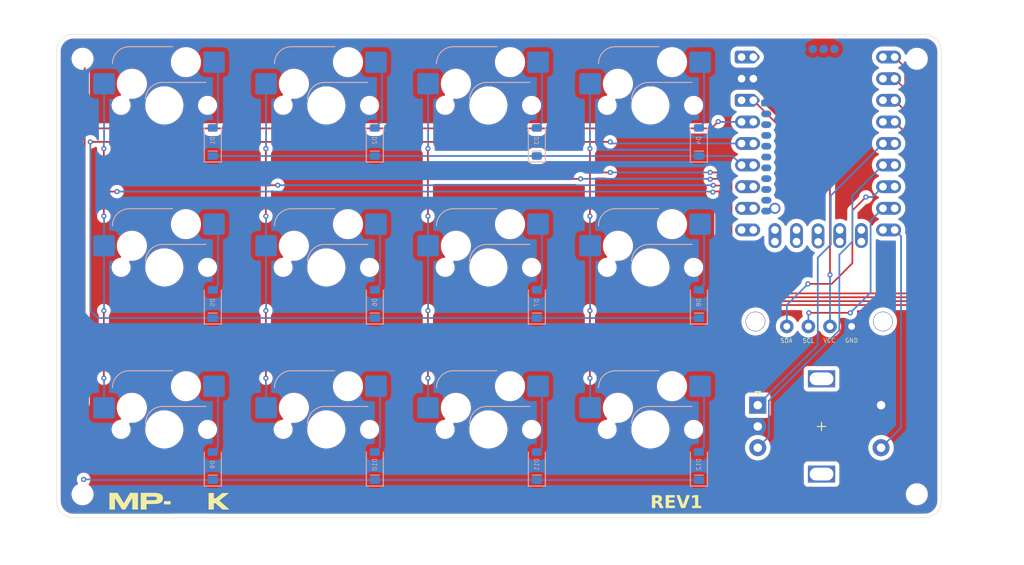
<source format=kicad_pcb>
(kicad_pcb (version 20241229) (generator "pcbnew") (generator_version "9.0")
  (title_block (title "JL-MP12k") (date "2025-09-01") (rev "1") (company "JALCO"))
  (layers (0 "F.Cu" signal) (4 "In1.Cu" signal) (6 "In2.Cu" signal) (2 "B.Cu" signal) (13 "F.Paste" user) (15 "B.Paste" user) (5 "F.SilkS" user "F.Silkscreen") (7 "B.SilkS" user "B.Silkscreen") (1 "F.Mask" user) (3 "B.Mask" user) (25 "Edge.Cuts" user))
  (net 0 "")
  (net 1 "Net-(D1-A)")
  (net 2 "ROW0")
  (net 3 "Net-(D2-A)")
  (net 4 "Net-(D3-A)")
  (net 5 "Net-(D4-A)")
  (net 6 "ROW1")
  (net 7 "Net-(D5-A)")
  (net 8 "Net-(D6-A)")
  (net 9 "Net-(D7-A)")
  (net 10 "Net-(D8-A)")
  (net 11 "ROW2")
  (net 12 "Net-(D9-A)")
  (net 13 "Net-(D10-A)")
  (net 14 "Net-(D11-A)")
  (net 15 "Net-(D12-A)")
  (net 16 "OLED_SDA")
  (net 17 "3v3")
  (net 18 "GND")
  (net 19 "OLED_SCL")
  (net 20 "COL0")
  (net 21 "COL1")
  (net 22 "COL2")
  (net 23 "COL3")
  (net 29 "ENC_S1")
  (net 33 "ENC_A")
  (net 36 "ENC_B")
  (footprint "PCM_Switch_Keyboard_Hotswap_Kailh:SW_Hotswap_Kailh_MX" (layer "F.Cu") (at 123.55 44.85)
    (property "Reference" "MX4" (hide yes))
    (property "Value" "MX-NoLED" (hide yes))
  )
  (footprint "PCM_Switch_Keyboard_Hotswap_Kailh:SW_Hotswap_Kailh_MX" (layer "F.Cu") (at 66.4 63.9)
    (property "Reference" "MX5" (hide yes))
    (property "Value" "MX-NoLED" (hide yes))
  )
  (footprint "Rotary_Encoder:RotaryEncoder_Alps_EC11E-Switch_Vertical_H20mm" (layer "F.Cu") (at 136.1732 80.1018)
    (property "Reference" "SW1" (hide yes))
    (property "Value" "RotaryEncoder_Switch")
  )
  (footprint "CustomFootprints:0xCB Gemini" (layer "F.Cu") (at 143.2708 50.714)
    (property "Reference" "Gemini1" (hide yes))
    (property "Value" "~" (hide yes))
  )
  (footprint "MountingHole:MountingHole_2.1mm" (layer "F.Cu") (at 154.8786 90.5774)
    (property "Reference" "REF**" (hide yes))
    (property "Value" "MountingHole_2.1mm")
  )
  (footprint "CustomFootprints:OLED 4PIN 64×128 SSD1107" (layer "F.Cu") (at 143.3978 54.7616 -90)
    (property "Reference" "U1" (hide yes))
    (property "Value" "SSD1107" (hide yes))
  )
  (footprint "PCM_Switch_Keyboard_Hotswap_Kailh:SW_Hotswap_Kailh_MX" (layer "F.Cu") (at 123.55 63.9)
    (property "Reference" "MX8" (hide yes))
    (property "Value" "MX-NoLED" (hide yes))
  )
  (footprint "PCM_Switch_Keyboard_Hotswap_Kailh:SW_Hotswap_Kailh_MX" (layer "F.Cu") (at 104.5 82.95)
    (property "Reference" "MX11" (hide yes))
    (property "Value" "MX-NoLED" (hide yes))
  )
  (footprint "PCM_Switch_Keyboard_Hotswap_Kailh:SW_Hotswap_Kailh_MX" (layer "F.Cu") (at 104.5 63.9)
    (property "Reference" "MX7" (hide yes))
    (property "Value" "MX-NoLED" (hide yes))
  )
  (footprint "PCM_Switch_Keyboard_Hotswap_Kailh:SW_Hotswap_Kailh_MX" (layer "F.Cu") (at 66.4 44.85)
    (property "Reference" "MX1" (hide yes))
    (property "Value" "MX-NoLED" (hide yes))
  )
  (footprint "PCM_Switch_Keyboard_Hotswap_Kailh:SW_Hotswap_Kailh_MX" (layer "F.Cu") (at 104.5 44.85)
    (property "Reference" "MX3" (hide yes))
    (property "Value" "MX-NoLED" (hide yes))
  )
  (footprint "PCM_Switch_Keyboard_Hotswap_Kailh:SW_Hotswap_Kailh_MX" (layer "F.Cu") (at 85.45 82.95)
    (property "Reference" "MX10" (hide yes))
    (property "Value" "MX-NoLED" (hide yes))
  )
  (footprint "PCM_Switch_Keyboard_Hotswap_Kailh:SW_Hotswap_Kailh_MX" (layer "F.Cu") (at 123.55 82.95)
    (property "Reference" "MX12" (hide yes))
    (property "Value" "MX-NoLED" (hide yes))
  )
  (footprint "PCM_Switch_Keyboard_Hotswap_Kailh:SW_Hotswap_Kailh_MX" (layer "F.Cu") (at 66.4 82.95)
    (property "Reference" "MX9" (hide yes))
    (property "Value" "MX-NoLED" (hide yes))
  )
  (footprint "MountingHole:MountingHole_2.1mm" (layer "F.Cu") (at 56.7838 39.371)
    (property "Reference" "REF**" (hide yes))
    (property "Value" "MountingHole_2.1mm")
  )
  (footprint "PCM_Switch_Keyboard_Hotswap_Kailh:SW_Hotswap_Kailh_MX" (layer "F.Cu") (at 85.45 63.9)
    (property "Reference" "MX6" (hide yes))
    (property "Value" "MX-NoLED" (hide yes))
  )
  (footprint "MountingHole:MountingHole_2.1mm" (layer "F.Cu") (at 56.7838 90.5774)
    (property "Reference" "REF**" (hide yes))
    (property "Value" "MountingHole_2.1mm")
  )
  (footprint "MountingHole:MountingHole_2.1mm" (layer "F.Cu") (at 154.8786 39.371)
    (property "Reference" "REF**" (hide yes))
    (property "Value" "MountingHole_2.1mm")
  )
  (footprint "PCM_Switch_Keyboard_Hotswap_Kailh:SW_Hotswap_Kailh_MX" (layer "F.Cu") (at 85.45 44.85)
    (property "Reference" "MX2" (hide yes))
    (property "Value" "MX-NoLED" (hide yes))
  )
  (footprint "Diode_SMD:D_SOD-123_ALT" (layer "B.Cu") (at 91.15 49.15 90)
    (property "Reference" "D2")
    (property "Value" "1N4148W")
  )
  (footprint "Diode_SMD:D_SOD-123_ALT" (layer "B.Cu") (at 129.25 87.25 90)
    (property "Reference" "D12")
    (property "Value" "1N4148W")
  )
  (footprint "Diode_SMD:D_SOD-123_ALT" (layer "B.Cu") (at 110.2 49.15 90)
    (property "Reference" "D3")
    (property "Value" "1N4148W")
  )
  (footprint "Diode_SMD:D_SOD-123_ALT" (layer "B.Cu") (at 91.15 87.25 90)
    (property "Reference" "D10")
    (property "Value" "1N4148W")
  )
  (footprint "Diode_SMD:D_SOD-123_ALT" (layer "B.Cu") (at 91.15 68.2 90)
    (property "Reference" "D6")
    (property "Value" "1N4148W")
  )
  (footprint "Diode_SMD:D_SOD-123_ALT" (layer "B.Cu") (at 129.25 49.15 90)
    (property "Reference" "D4")
    (property "Value" "1N4148W")
  )
  (footprint "Diode_SMD:D_SOD-123_ALT" (layer "B.Cu") (at 72.1 87.25 90)
    (property "Reference" "D9")
    (property "Value" "1N4148W")
  )
  (footprint "Diode_SMD:D_SOD-123_ALT" (layer "B.Cu") (at 72.1 68.2 90)
    (property "Reference" "D5")
    (property "Value" "1N4148W")
  )
  (footprint "Diode_SMD:D_SOD-123_ALT" (layer "B.Cu") (at 110.2 68.2 90)
    (property "Reference" "D7")
    (property "Value" "1N4148W")
  )
  (footprint "Diode_SMD:D_SOD-123_ALT" (layer "B.Cu") (at 129.25 68.2 90)
    (property "Reference" "D8")
    (property "Value" "1N4148W")
  )
  (footprint "Diode_SMD:D_SOD-123_ALT" (layer "B.Cu") (at 110.2 87.25 90)
    (property "Reference" "D11")
    (property "Value" "1N4148W")
  )
  (footprint "Diode_SMD:D_SOD-123_ALT" (layer "B.Cu") (at 72.1 49.15 90)
    (property "Reference" "D1")
    (property "Value" "1N4148W")
  )
  (gr_poly (pts (xy 70.300886 90.410733) (xy 70.580075 90.438794) (xy 70.753615 90.472549) (xy 70.923602 90.525623) (xy 71.031265 90.579968) (xy 71.132308 90.658491) (xy 71.192079 90.728626) (xy 71.240263 90.820424) (xy 71.253135 90.864272) (xy 71.264816 90.930575) (xy 71.268718 91.001408) (xy 71.268718 91.006537) (xy 71.263867 91.094759) (xy 71.237454 91.208404) (xy 71.205143 91.271062) (xy 71.16797 91.319454) (xy 71.120706 91.366429) (xy 71.037171 91.425017) (xy 70.961558 91.462093) (xy 70.872678 91.495267) (xy 70.788115 91.520325) (xy 70.635148 91.555856) (xy 70.456 91.587346) (xy 69.880685 91.675274) (xy 69.707064 91.708781) (xy 69.508084 91.764648) (xy 69.398839 91.816074) (xy 69.346917 91.862479) (xy 69.331261 91.908037) (xy 70.65176 91.908037) (xy 70.65176 91.659764) (xy 71.305354 91.659764) (xy 71.305354 92.371122) (xy 68.736774 92.371122) (xy 68.736774 92.14996) (xy 68.742392 92.019046) (xy 68.770724 91.878606) (xy 68.780738 91.846137) (xy 68.834715 91.73145) (xy 68.839639 91.723814) (xy 68.888606 91.659681) (xy 68.953784 91.59101) (xy 68.992276 91.55617) (xy 69.060995 91.503785) (xy 69.137821 91.455944) (xy 69.170954 91.438083) (xy 69.278079 91.388584) (xy 69.405023 91.340539) (xy 69.468943 91.319567) (xy 69.612288 91.28004) (xy 69.769311 91.246017) (xy 70.260117 91.152838) (xy 70.429563 91.115986) (xy 70.511198 91.083473) (xy 70.551293 91.047209) (xy 70.563196 91.02305) (xy 70.56713 90.996279) (xy 70.564481 90.972628) (xy 70.5542 90.947889) (xy 70.535989 90.926792) (xy 70.524244 90.918455) (xy 70.469825 90.89682) (xy 70.382727 90.87721) (xy 70.342065 90.870909) (xy 70.209692 90.859249) (xy 70.043595 90.855351) (xy 69.915498 90.859003) (xy 69.734262 90.882339) (xy 69.629235 90.914116) (xy 69.558285 90.956467) (xy 69.535892 90.977627) (xy 69.487454 91.040609) (xy 69.473136 91.080161) (xy 69.466327 91.126949) (xy 68.773533 91.126949) (xy 68.773533 91.10228) (xy 68.773642 91.088931) (xy 68.790508 90.943644) (xy 68.804094 90.899965) (xy 68.834793 90.83561) (xy 68.880023 90.763882) (xy 68.954428 90.676638) (xy 69.010027 90.628761) (xy 69.072852 90.585584) (xy 69.191319 90.527815) (xy 69.298162 90.491234) (xy 69.423829 90.458334) (xy 69.651299 90.42074) (xy 69.802085 90.408999) (xy 69.964705 90.405089) (xy 70.077545 90.405089)) (fill yes) (layers "F.Cu" "F.Mask"))
  (gr_poly (pts (xy 68.451254 92.371) (xy 67.780685 92.371) (xy 67.780685 91.157845) (xy 67.284262 91.157845) (xy 67.284262 90.781833) (xy 67.319035 90.779422) (xy 67.491681 90.751165) (xy 67.633371 90.69996) (xy 67.750128 90.626817) (xy 67.800769 90.581351) (xy 67.846018 90.530068) (xy 67.887217 90.470835) (xy 67.922713 90.405333) (xy 68.451254 90.405333)) (fill yes) (layers "F.Cu" "F.Mask"))
  (gr_poly (pts (xy 61.640909 91.620563) (xy 62.379499 90.404967) (xy 63.301394 90.404967) (xy 63.301394 92.371976) (xy 62.633267 92.371976) (xy 62.633267 91.025588) (xy 61.798201 92.371976) (xy 61.43489 92.371976) (xy 60.599824 91.025588) (xy 60.599824 92.371976) (xy 59.948916 92.371976) (xy 59.948916 90.404967) (xy 60.905371 90.404967)) (fill yes) (layer "F.SilkS"))
  (gr_poly (pts (xy 72.223341 91.046715) (xy 72.447922 91.046715) (xy 73.2146 90.425727) (xy 74.001307 90.425727) (xy 72.876812 91.31526) (xy 74.052598 92.371) (xy 73.245741 92.371) (xy 72.4213 91.637782) (xy 72.223341 91.637782) (xy 72.223341 92.371) (xy 71.606139 92.371) (xy 71.606139 90.425727) (xy 72.223341 90.425727)) (fill yes) (layer "F.SilkS"))
  (gr_poly (pts (xy 65.508529 90.418903) (xy 65.719584 90.455933) (xy 65.884448 90.511553) (xy 66.011589 90.582962) (xy 66.107681 90.669433) (xy 66.145634 90.71889) (xy 66.176971 90.772578) (xy 66.202285 90.832183) (xy 66.220594 90.896258) (xy 66.232309 90.968696) (xy 66.236216 91.046104) (xy 66.236216 91.072482) (xy 66.226795 91.191511) (xy 66.190977 91.317607) (xy 66.163236 91.373893) (xy 66.128903 91.425934) (xy 66.086865 91.47488) (xy 66.03791 91.51936) (xy 65.978906 91.561358) (xy 65.912248 91.598403) (xy 65.832351 91.632593) (xy 65.743685 91.661094) (xy 65.638015 91.685495) (xy 65.522125 91.703245) (xy 65.385067 91.714964) (xy 65.236041 91.718871) (xy 64.306942 91.718871) (xy 64.306942 92.371976) (xy 63.630145 92.371976) (xy 63.630145 91.271296) (xy 64.306942 91.271296) (xy 65.224562 91.271296) (xy 65.296181 91.268223) (xy 65.403703 91.246151) (xy 65.473095 91.207355) (xy 65.497378 91.181534) (xy 65.515038 91.151314) (xy 65.526806 91.113203) (xy 65.53072 91.069796) (xy 65.53072 91.06198) (xy 65.529459 91.036358) (xy 65.508463 90.966075) (xy 65.487516 90.936735) (xy 65.459637 90.91204) (xy 65.420047 90.889838) (xy 65.371641 90.873459) (xy 65.304138 90.861705) (xy 65.224562 90.857793) (xy 64.306942 90.857793) (xy 64.306942 91.271296) (xy 63.630145 91.271296) (xy 63.630145 90.404967) (xy 65.236041 90.404967)) (fill yes) (layer "F.SilkS"))
  (gr_poly (pts (xy 67.139426 91.771017) (xy 66.358459 91.771017) (xy 66.358459 91.383159) (xy 67.139426 91.383159)) (fill yes) (layer "F.SilkS"))
  (gr_arc (start 155.7742 36.5008) (mid 157.188414 37.086586) (end 157.7742 38.5008) (stroke (width 0.05)) (layer "Edge.Cuts"))
  (gr_arc (start 55.732 93.3576) (mid 54.317786 92.771814) (end 53.732 91.3576) (stroke (width 0.05)) (layer "Edge.Cuts"))
  (gr_line (start 55.7358 36.5008) (end 155.7742 36.5008) (stroke (width 0.05)) (layer "Edge.Cuts"))
  (gr_arc (start 157.7742 91.346) (mid 157.188414 92.760214) (end 155.7742 93.346) (stroke (width 0.05)) (layer "Edge.Cuts"))
  (gr_line (start 157.7742 38.5008) (end 157.7742 91.346) (stroke (width 0.05)) (layer "Edge.Cuts"))
  (gr_line (start 155.7742 93.346) (end 55.7358 93.346) (stroke (width 0.05)) (layer "Edge.Cuts"))
  (gr_line (start 53.732 91.3576) (end 53.732 38.5124) (stroke (width 0.05)) (layer "Edge.Cuts"))
  (gr_arc (start 53.720396 38.5124) (mid 54.310925 37.088638) (end 55.7358 36.5008) (stroke (width 0.05)) (layer "Edge.Cuts"))
  (gr_text "REV1" (at 123.535 92.457 0) (layer "F.SilkS") (effects (font (size 1.5 1.5) (thickness 0.3) (bold yes)) (justify left bottom)))
  (segment (start 72.706 46.894) (end 72.706 40.234) (width 0.2) (layer "B.Cu") (net 1))
  (segment (start 72.706 40.234) (end 72.242 39.77) (width 0.2) (layer "B.Cu") (net 1))
  (segment (start 72.1 47.5) (end 72.706 46.894) (width 0.2) (layer "B.Cu") (net 1))
  (segment (start 129.25 50.8) (end 72.1 50.8) (width 0.2) (layer "B.Cu") (net 2))
  (segment (start 133.1968 50.8) (end 134.2708 51.874) (width 0.2) (layer "B.Cu") (net 2))
  (segment (start 129.25 50.8) (end 133.1968 50.8) (width 0.2) (layer "B.Cu") (net 2))
  (segment (start 91.9882 46.6618) (end 91.9882 40.4662) (width 0.2) (layer "B.Cu") (net 3))
  (segment (start 91.15 47.5) (end 91.9882 46.6618) (width 0.2) (layer "B.Cu") (net 3))
  (segment (start 91.9882 40.4662) (end 91.292 39.77) (width 0.2) (layer "B.Cu") (net 3))
  (segment (start 110.2 47.5) (end 110.806 46.894) (width 0.2) (layer "B.Cu") (net 4))
  (segment (start 110.806 40.234) (end 110.342 39.77) (width 0.2) (layer "B.Cu") (net 4))
  (segment (start 110.806 46.894) (end 110.806 40.234) (width 0.2) (layer "B.Cu") (net 4))
  (segment (start 129.856 46.894) (end 129.25 47.5) (width 0.2) (layer "B.Cu") (net 5))
  (segment (start 129.392 39.77) (end 129.856 40.234) (width 0.2) (layer "B.Cu") (net 5))
  (segment (start 129.856 40.234) (end 129.856 46.894) (width 0.2) (layer "B.Cu") (net 5))
  (segment (start 118.8233 49.14365) (end 57.70455 49.14365) (width 0.2) (layer "F.Cu") (net 6))
  (via (at 118.8233 49.14365) (size 0.6) (drill 0.3) (layers "F.Cu" "B.Cu") (net 6))
  (via (at 57.70455 49.14365) (size 0.6) (drill 0.3) (layers "F.Cu" "B.Cu") (net 6))
  (segment (start 58.56715 69.85) (end 72.1 69.85) (width 0.2) (layer "B.Cu") (net 6))
  (segment (start 129.25 69.85) (end 72.1 69.85) (width 0.2) (layer "B.Cu") (net 6))
  (segment (start 57.70455 68.9874) (end 58.56715 69.85) (width 0.2) (layer "B.Cu") (net 6))
  (segment (start 134.2708 49.334) (end 119.01365 49.334) (width 0.2) (layer "B.Cu") (net 6))
  (segment (start 119.01365 49.334) (end 118.8233 49.14365) (width 0.2) (layer "B.Cu") (net 6))
  (segment (start 57.70455 49.14365) (end 57.70455 68.9874) (width 0.2) (layer "B.Cu") (net 6))
  (segment (start 72.1 66.55) (end 72.706 65.944) (width 0.2) (layer "B.Cu") (net 7))
  (segment (start 72.706 65.944) (end 72.706 59.284) (width 0.2) (layer "B.Cu") (net 7))
  (segment (start 72.706 59.284) (end 72.242 58.82) (width 0.2) (layer "B.Cu") (net 7))
  (segment (start 91.756 59.284) (end 91.292 58.82) (width 0.2) (layer "B.Cu") (net 8))
  (segment (start 91.15 66.55) (end 91.756 65.944) (width 0.2) (layer "B.Cu") (net 8))
  (segment (start 91.756 65.944) (end 91.756 59.284) (width 0.2) (layer "B.Cu") (net 8))
  (segment (start 110.806 65.944) (end 110.806 59.284) (width 0.2) (layer "B.Cu") (net 9))
  (segment (start 110.806 59.284) (end 110.342 58.82) (width 0.2) (layer "B.Cu") (net 9))
  (segment (start 110.2 66.55) (end 110.806 65.944) (width 0.2) (layer "B.Cu") (net 9))
  (segment (start 129.856 59.284) (end 129.392 58.82) (width 0.2) (layer "B.Cu") (net 10))
  (segment (start 129.856 65.944) (end 129.856 59.284) (width 0.2) (layer "B.Cu") (net 10))
  (segment (start 129.25 66.55) (end 129.856 65.944) (width 0.2) (layer "B.Cu") (net 10))
  (segment (start 130.72955 47.55615) (end 56.9108 47.55615) (width 0.2) (layer "F.Cu") (net 11))
  (segment (start 131.5233 46.7624) (end 130.72955 47.55615) (width 0.2) (layer "F.Cu") (net 11))
  (segment (start 57.0362 38.6231) (end 57.0362 79.8981) (width 0.2) (layer "F.Cu") (net 11))
  (via (at 131.5233 46.7624) (size 0.6) (drill 0.3) (layers "F.Cu" "B.Cu") (net 11))
  (via (at 56.9108 88.83115) (size 0.6) (drill 0.3) (layers "F.Cu" "B.Cu") (net 11))
  (segment (start 134.2708 46.794) (end 131.5549 46.794) (width 0.2) (layer "B.Cu") (net 11))
  (segment (start 57.70455 88.83115) (end 57.7734 88.9) (width 0.2) (layer "B.Cu") (net 11))
  (segment (start 131.5549 46.794) (end 131.5233 46.7624) (width 0.2) (layer "B.Cu") (net 11))
  (segment (start 56.9108 88.83115) (end 57.70455 88.83115) (width 0.2) (layer "B.Cu") (net 11))
  (segment (start 57.7734 88.9) (end 72.1 88.9) (width 0.2) (layer "B.Cu") (net 11))
  (segment (start 72.1 88.9) (end 129.25 88.9) (width 0.2) (layer "B.Cu") (net 11))
  (segment (start 72.706 84.994) (end 72.706 78.334) (width 0.2) (layer "B.Cu") (net 12))
  (segment (start 72.1 85.6) (end 72.706 84.994) (width 0.2) (layer "B.Cu") (net 12))
  (segment (start 72.706 78.334) (end 72.242 77.87) (width 0.2) (layer "B.Cu") (net 12))
  (segment (start 91.15 85.6) (end 91.756 84.994) (width 0.2) (layer "B.Cu") (net 13))
  (segment (start 91.756 78.334) (end 91.292 77.87) (width 0.2) (layer "B.Cu") (net 13))
  (segment (start 91.756 84.994) (end 91.756 78.334) (width 0.2) (layer "B.Cu") (net 13))
  (segment (start 110.342 77.87) (end 110.806 78.334) (width 0.2) (layer "B.Cu") (net 14))
  (segment (start 110.806 78.334) (end 110.806 84.994) (width 0.2) (layer "B.Cu") (net 14))
  (segment (start 110.806 84.994) (end 110.2 85.6) (width 0.2) (layer "B.Cu") (net 14))
  (segment (start 129.392 77.87) (end 129.856 78.334) (width 0.2) (layer "B.Cu") (net 15))
  (segment (start 129.856 84.994) (end 129.25 85.6) (width 0.2) (layer "B.Cu") (net 15))
  (segment (start 129.856 78.334) (end 129.856 84.994) (width 0.2) (layer "B.Cu") (net 15))
  (segment (start 144.873338 65.8378) (end 147.2998 63.411338) (width 0.2) (layer "F.Cu") (net 16))
  (segment (start 147.2998 57.2114) (end 148.8842 55.627) (width 0.2) (layer "F.Cu") (net 16))
  (segment (start 142.077 65.8378) (end 144.873338 65.8378) (width 0.2) (layer "F.Cu") (net 16))
  (segment (start 147.2998 63.411338) (end 147.2998 57.2114) (width 0.2) (layer "F.Cu") (net 16))
  (via (at 148.8842 55.627) (size 0.6) (drill 0.3) (layers "F.Cu" "B.Cu") (net 16))
  (via (at 142.077 65.8378) (size 0.6) (drill 0.3) (layers "F.Cu" "B.Cu") (net 16))
  (segment (start 148.8842 55.627) (end 149.6778 55.627) (width 0.2) (layer "B.Cu") (net 16))
  (segment (start 149.6778 55.627) (end 150.8908 54.414) (width 0.2) (layer "B.Cu") (net 16))
  (segment (start 139.5878 70.8416) (end 139.5878 68.327) (width 0.2) (layer "B.Cu") (net 16))
  (segment (start 139.5878 68.327) (end 142.077 65.8378) (width 0.2) (layer "B.Cu") (net 16))
  (segment (start 144.6678 64.771) (end 144.6678 53.271) (width 0.2) (layer "F.Cu") (net 17))
  (segment (start 144.6678 53.271) (end 135.6508 44.254) (width 0.2) (layer "F.Cu") (net 17))
  (via (at 144.6678 64.771) (size 0.6) (drill 0.3) (layers "F.Cu" "B.Cu") (net 17))
  (segment (start 144.6678 70.8416) (end 144.6678 64.771) (width 0.2) (layer "B.Cu") (net 17))
  (segment (start 142.1786 69.2414) (end 147.0554 69.2414) (width 0.2) (layer "F.Cu") (net 19))
  (via (at 147.0554 69.2414) (size 0.6) (drill 0.3) (layers "F.Cu" "B.Cu") (net 19))
  (via (at 142.1786 69.2414) (size 0.6) (drill 0.3) (layers "F.Cu" "B.Cu") (net 19))
  (segment (start 147.0554 69.2414) (end 149.443 66.8538) (width 0.2) (layer "B.Cu") (net 19))
  (segment (start 142.1278 70.8416) (end 142.1278 69.2922) (width 0.2) (layer "B.Cu") (net 19))
  (segment (start 142.1278 69.2922) (end 142.1786 69.2414) (width 0.2) (layer "B.Cu") (net 19))
  (segment (start 149.443 66.8538) (end 149.443 58.4018) (width 0.2) (layer "B.Cu") (net 19))
  (segment (start 149.443 58.4018) (end 150.8908 56.954) (width 0.2) (layer "B.Cu") (net 19))
  (segment (start 131.663 63.2659) (end 131.663 54.9666) (width 0.2) (layer "F.Cu") (net 20))
  (segment (start 59.29205 54.9874) (end 59.29205 49.9374) (width 0.2) (layer "F.Cu") (net 20))
  (segment (start 154.1469 68.2708) (end 154.0345 68.2708) (width 0.2) (layer "F.Cu") (net 20))
  (segment (start 154.0345 68.2708) (end 154.0907 68.327) (width 0.2) (layer "F.Cu") (net 20))
  (segment (start 154.964 43.8401) (end 154.964 67.4537) (width 0.2) (layer "F.Cu") (net 20))
  (segment (start 59.29205 54.9874) (end 60.8358 54.9874) (width 0.2) (layer "F.Cu") (net 20))
  (segment (start 152.2708 39.174) (end 153.507 40.4102) (width 0.2) (layer "F.Cu") (net 20))
  (segment (start 59.29205 76.9249) (end 59.29205 68.9874) (width 0.2) (layer "F.Cu") (net 20))
  (segment (start 154.964 67.4537) (end 154.1469 68.2708) (width 0.2) (layer "F.Cu") (net 20))
  (segment (start 59.29205 57.8749) (end 59.29205 54.9874) (width 0.2) (layer "F.Cu") (net 20))
  (segment (start 130.980863 54.9666) (end 130.895933 55.05153) (width 0.2) (layer "F.Cu") (net 20))
  (segment (start 153.507 40.4102) (end 153.507 42.3831) (width 0.2) (layer "F.Cu") (net 20))
  (segment (start 136.7241 68.327) (end 131.663 63.2659) (width 0.2) (layer "F.Cu") (net 20))
  (segment (start 131.663 54.9666) (end 130.980863 54.9666) (width 0.2) (layer "F.Cu") (net 20))
  (segment (start 153.507 42.3831) (end 154.964 43.8401) (width 0.2) (layer "F.Cu") (net 20))
  (segment (start 154.0907 68.327) (end 136.7241 68.327) (width 0.2) (layer "F.Cu") (net 20))
  (via (at 60.8358 54.9874) (size 0.6) (drill 0.3) (layers "F.Cu" "B.Cu") (net 20))
  (via (at 59.29205 57.8749) (size 0.6) (drill 0.3) (layers "F.Cu" "B.Cu") (net 20))
  (via (at 59.29205 68.9874) (size 0.6) (drill 0.3) (layers "F.Cu" "B.Cu") (net 20))
  (via (at 130.895933 55.05153) (size 0.6) (drill 0.3) (layers "F.Cu" "B.Cu") (net 20))
  (via (at 59.29205 76.9249) (size 0.6) (drill 0.3) (layers "F.Cu" "B.Cu") (net 20))
  (via (at 59.29205 49.9374) (size 0.6) (drill 0.3) (layers "F.Cu" "B.Cu") (net 20))
  (segment (start 59.29205 49.9374) (end 59.29205 49.14365) (width 0.2) (layer "B.Cu") (net 20))
  (segment (start 59.315 49.1207) (end 59.315 42.31) (width 0.2) (layer "B.Cu") (net 20))
  (segment (start 59.315 61.36) (end 59.315 57.89785) (width 0.2) (layer "B.Cu") (net 20))
  (segment (start 59.315 68.96445) (end 59.315 61.36) (width 0.2) (layer "B.Cu") (net 20))
  (segment (start 59.315 76.94785) (end 59.29205 76.9249) (width 0.2) (layer "B.Cu") (net 20))
  (segment (start 59.29205 49.14365) (end 59.315 49.1207) (width 0.2) (layer "B.Cu") (net 20))
  (segment (start 59.315 57.89785) (end 59.29205 57.8749) (width 0.2) (layer "B.Cu") (net 20))
  (segment (start 59.315 80.41) (end 59.315 76.94785) (width 0.2) (layer "B.Cu") (net 20))
  (segment (start 60.8358 54.9874) (end 130.831803 54.9874) (width 0.2) (layer "B.Cu") (net 20))
  (segment (start 59.29205 68.9874) (end 59.315 68.96445) (width 0.2) (layer "B.Cu") (net 20))
  (segment (start 130.831803 54.9874) (end 130.895933 55.05153) (width 0.2) (layer "B.Cu") (net 20))
  (segment (start 78.34205 49.9374) (end 78.34205 54.2374) (width 0.2) (layer "F.Cu") (net 21))
  (segment (start 78.34205 54.2374) (end 78.34205 57.8749) (width 0.2) (layer "F.Cu") (net 21))
  (segment (start 153.9808 67.8698) (end 136.834 67.8698) (width 0.2) (layer "F.Cu") (net 21))
  (segment (start 152.2708 41.714) (end 154.563 44.0062) (width 0.2) (layer "F.Cu") (net 21))
  (segment (start 132.1848 54.4364) (end 132.0358 54.2874) (width 0.2) (layer "F.Cu") (net 21))
  (segment (start 78.34205 68.9874) (end 78.34205 76.9249) (width 0.2) (layer "F.Cu") (net 21))
  (segment (start 132.0358 54.2874) (end 130.978027 54.2874) (width 0.2) (layer "F.Cu") (net 21))
  (segment (start 132.1848 63.2206) (end 132.1848 54.4364) (width 0.2) (layer "F.Cu") (net 21))
  (segment (start 154.563 67.2876) (end 153.9808 67.8698) (width 0.2) (layer "F.Cu") (net 21))
  (segment (start 154.563 44.0062) (end 154.563 67.2876) (width 0.2) (layer "F.Cu") (net 21))
  (segment (start 130.978027 54.2874) (end 130.943574 54.252947) (width 0.2) (layer "F.Cu") (net 21))
  (segment (start 78.34205 54.2374) (end 79.7358 54.2374) (width 0.2) (layer "F.Cu") (net 21))
  (segment (start 136.834 67.8698) (end 132.1848 63.2206) (width 0.2) (layer "F.Cu") (net 21))
  (via (at 78.34205 49.9374) (size 0.6) (drill 0.3) (layers "F.Cu" "B.Cu") (net 21))
  (via (at 78.34205 68.9874) (size 0.6) (drill 0.3) (layers "F.Cu" "B.Cu") (net 21))
  (via (at 79.7358 54.2374) (size 0.6) (drill 0.3) (layers "F.Cu" "B.Cu") (net 21))
  (via (at 78.34205 76.9249) (size 0.6) (drill 0.3) (layers "F.Cu" "B.Cu") (net 21))
  (via (at 78.34205 57.8749) (size 0.6) (drill 0.3) (layers "F.Cu" "B.Cu") (net 21))
  (via (at 130.943574 54.252947) (size 0.6) (drill 0.3) (layers "F.Cu" "B.Cu") (net 21))
  (segment (start 78.365 49.91445) (end 78.34205 49.9374) (width 0.2) (layer "B.Cu") (net 21))
  (segment (start 78.365 68.96445) (end 78.34205 68.9874) (width 0.2) (layer "B.Cu") (net 21))
  (segment (start 79.7358 54.2374) (end 130.928027 54.2374) (width 0.2) (layer "B.Cu") (net 21))
  (segment (start 78.34205 57.8749) (end 78.365 57.89785) (width 0.2) (layer "B.Cu") (net 21))
  (segment (start 78.365 57.89785) (end 78.365 61.36) (width 0.2) (layer "B.Cu") (net 21))
  (segment (start 78.365 42.31) (end 78.365 49.91445) (width 0.2) (layer "B.Cu") (net 21))
  (segment (start 78.365 61.36) (end 78.365 68.96445) (width 0.2) (layer "B.Cu") (net 21))
  (segment (start 78.34205 76.9249) (end 78.34205 77.71865) (width 0.2) (layer "B.Cu") (net 21))
  (segment (start 130.928027 54.2374) (end 130.943574 54.252947) (width 0.2) (layer "B.Cu") (net 21))
  (segment (start 78.34205 77.71865) (end 78.365 77.7416) (width 0.2) (layer "B.Cu") (net 21))
  (segment (start 78.365 77.7416) (end 78.365 80.41) (width 0.2) (layer "B.Cu") (net 21))
  (segment (start 130.5858 53.537403) (end 130.635803 53.4874) (width 0.2) (layer "F.Cu") (net 22))
  (segment (start 153.8709 67.4126) (end 154.162 67.1215) (width 0.2) (layer "F.Cu") (net 22))
  (segment (start 154.162 46.1452) (end 152.2708 44.254) (width 0.2) (layer "F.Cu") (net 22))
  (segment (start 97.39205 49.9374) (end 97.39205 53.4934) (width 0.2) (layer "F.Cu") (net 22))
  (segment (start 115.3298 53.4934) (end 115.3358 53.4874) (width 0.2) (layer "F.Cu") (net 22))
  (segment (start 97.39205 53.4934) (end 115.3298 53.4934) (width 0.2) (layer "F.Cu") (net 22))
  (segment (start 136.9439 67.4126) (end 153.8709 67.4126) (width 0.2) (layer "F.Cu") (net 22))
  (segment (start 132.5858 63.0545) (end 136.9439 67.4126) (width 0.2) (layer "F.Cu") (net 22))
  (segment (start 132.5858 53.4874) (end 132.5858 63.0545) (width 0.2) (layer "F.Cu") (net 22))
  (segment (start 154.162 67.1215) (end 154.162 46.1452) (width 0.2) (layer "F.Cu") (net 22))
  (segment (start 130.635803 53.4874) (end 132.5858 53.4874) (width 0.2) (layer "F.Cu") (net 22))
  (segment (start 97.39205 68.9874) (end 97.39205 76.9249) (width 0.2) (layer "F.Cu") (net 22))
  (segment (start 97.39205 53.4934) (end 97.39205 57.8749) (width 0.2) (layer "F.Cu") (net 22))
  (via (at 97.39205 68.9874) (size 0.6) (drill 0.3) (layers "F.Cu" "B.Cu") (net 22))
  (via (at 130.5858 53.537403) (size 0.6) (drill 0.3) (layers "F.Cu" "B.Cu") (net 22))
  (via (at 97.39205 57.8749) (size 0.6) (drill 0.3) (layers "F.Cu" "B.Cu") (net 22))
  (via (at 97.39205 76.9249) (size 0.6) (drill 0.3) (layers "F.Cu" "B.Cu") (net 22))
  (via (at 97.39205 49.9374) (size 0.6) (drill 0.3) (layers "F.Cu" "B.Cu") (net 22))
  (via (at 115.3358 53.4874) (size 0.6) (drill 0.3) (layers "F.Cu" "B.Cu") (net 22))
  (segment (start 97.39205 76.9249) (end 97.415 76.94785) (width 0.2) (layer "B.Cu") (net 22))
  (segment (start 97.415 57.89785) (end 97.415 61.36) (width 0.2) (layer "B.Cu") (net 22))
  (segment (start 130.5858 53.4874) (end 130.5858 53.537403) (width 0.2) (layer "B.Cu") (net 22))
  (segment (start 115.3358 53.4874) (end 130.5858 53.4874) (width 0.2) (layer "B.Cu") (net 22))
  (segment (start 97.415 76.94785) (end 97.415 80.41) (width 0.2) (layer "B.Cu") (net 22))
  (segment (start 97.415 49.91445) (end 97.39205 49.9374) (width 0.2) (layer "B.Cu") (net 22))
  (segment (start 97.415 42.31) (end 97.415 49.91445) (width 0.2) (layer "B.Cu") (net 22))
  (segment (start 97.415 68.96445) (end 97.39205 68.9874) (width 0.2) (layer "B.Cu") (net 22))
  (segment (start 97.39205 57.8749) (end 97.415 57.89785) (width 0.2) (layer "B.Cu") (net 22))
  (segment (start 97.415 61.36) (end 97.415 68.96445) (width 0.2) (layer "B.Cu") (net 22))
  (segment (start 133.0858 62.9874) (end 137.0538 66.9554) (width 0.2) (layer "F.Cu") (net 23))
  (segment (start 116.44205 52.7374) (end 116.44205 57.8749) (width 0.2) (layer "F.Cu") (net 23))
  (segment (start 116.44205 49.9374) (end 116.44205 52.7374) (width 0.2) (layer "F.Cu") (net 23))
  (segment (start 116.44205 68.9874) (end 116.44205 76.9249) (width 0.2) (layer "F.Cu") (net 23))
  (segment (start 153.761 48.2842) (end 152.2708 46.794) (width 0.2) (layer "F.Cu") (net 23))
  (segment (start 137.0538 66.9554) (end 153.761 66.9554) (width 0.2) (layer "F.Cu") (net 23))
  (segment (start 130.5858 52.7374) (end 133.0858 52.7374) (width 0.2) (layer "F.Cu") (net 23))
  (segment (start 116.44205 52.7374) (end 118.8358 52.7374) (width 0.2) (layer "F.Cu") (net 23))
  (segment (start 133.0858 52.7374) (end 133.0858 62.9874) (width 0.2) (layer "F.Cu") (net 23))
  (segment (start 153.761 66.9554) (end 153.761 48.2842) (width 0.2) (layer "F.Cu") (net 23))
  (via (at 130.5858 52.7374) (size 0.6) (drill 0.3) (layers "F.Cu" "B.Cu") (net 23))
  (via (at 116.44205 68.9874) (size 0.6) (drill 0.3) (layers "F.Cu" "B.Cu") (net 23))
  (via (at 116.44205 57.8749) (size 0.6) (drill 0.3) (layers "F.Cu" "B.Cu") (net 23))
  (via (at 118.8358 52.7374) (size 0.6) (drill 0.3) (layers "F.Cu" "B.Cu") (net 23))
  (via (at 116.44205 76.9249) (size 0.6) (drill 0.3) (layers "F.Cu" "B.Cu") (net 23))
  (via (at 116.44205 49.9374) (size 0.6) (drill 0.3) (layers "F.Cu" "B.Cu") (net 23))
  (segment (start 116.465 59.48535) (end 116.465 61.36) (width 0.2) (layer "B.Cu") (net 23))
  (segment (start 116.44205 57.8749) (end 116.44205 59.4624) (width 0.2) (layer "B.Cu") (net 23))
  (segment (start 116.465 68.96445) (end 116.44205 68.9874) (width 0.2) (layer "B.Cu") (net 23))
  (segment (start 116.465 76.94785) (end 116.465 80.41) (width 0.2) (layer "B.Cu") (net 23))
  (segment (start 116.44205 76.9249) (end 116.465 76.94785) (width 0.2) (layer "B.Cu") (net 23))
  (segment (start 116.465 61.36) (end 116.465 68.96445) (width 0.2) (layer "B.Cu") (net 23))
  (segment (start 116.465 42.31) (end 116.44205 42.33295) (width 0.2) (layer "B.Cu") (net 23))
  (segment (start 118.8358 52.7374) (end 130.5858 52.7374) (width 0.2) (layer "B.Cu") (net 23))
  (segment (start 116.44205 59.4624) (end 116.465 59.48535) (width 0.2) (layer "B.Cu") (net 23))
  (segment (start 116.44205 42.33295) (end 116.44205 49.9374) (width 0.2) (layer "B.Cu") (net 23))
  (segment (start 150.6732 85.1018) (end 153.0208 82.7542) (width 0.2) (layer "B.Cu") (net 29))
  (segment (start 153.0208 82.7542) (end 153.0208 60.244) (width 0.2) (layer "B.Cu") (net 29))
  (segment (start 153.0208 60.244) (end 152.2708 59.494) (width 0.2) (layer "B.Cu") (net 29))
  (segment (start 143.2288 62.756338) (end 144.7598 61.225338) (width 0.2) (layer "B.Cu") (net 33))
  (segment (start 143.2288 73.0462) (end 143.2288 62.756338) (width 0.2) (layer "B.Cu") (net 33))
  (segment (start 144.7598 61.225338) (end 144.7598 55.465) (width 0.2) (layer "B.Cu") (net 33))
  (segment (start 136.1732 80.1018) (end 143.2288 73.0462) (width 0.2) (layer "B.Cu") (net 33))
  (segment (start 144.7598 55.465) (end 150.8908 49.334) (width 0.2) (layer "B.Cu") (net 33))
  (segment (start 147.2998 60.871338) (end 147.2998 55.465) (width 0.2) (layer "B.Cu") (net 36))
  (segment (start 136.1732 85.1018) (end 137.4742 83.8008) (width 0.2) (layer "B.Cu") (net 36))
  (segment (start 137.4742 79.59225) (end 145.7688 71.29765) (width 0.2) (layer "B.Cu") (net 36))
  (segment (start 145.7688 71.29765) (end 145.7688 62.402338) (width 0.2) (layer "B.Cu") (net 36))
  (segment (start 137.4742 83.8008) (end 137.4742 79.59225) (width 0.2) (layer "B.Cu") (net 36))
  (segment (start 147.2998 55.465) (end 150.8908 51.874) (width 0.2) (layer "B.Cu") (net 36))
  (segment (start 145.7688 62.402338) (end 147.2998 60.871338) (width 0.2) (layer "B.Cu") (net 36))
  (zone (net 18) (net_name "GND") (layers "F.Cu" "B.Cu") (connect_pads yes (clearance 0.5)) (min_thickness 0.25) (fill yes (thermal_gap 0.5) (thermal_bridge_width 0.5))
    (polygon (pts (xy 167.0706 32.4622) (xy 165.0386 98.9086) (xy 47.081 98.5022) (xy 48.3002 33.275) (xy 167.477 32.8686)))
  )
)
</source>
